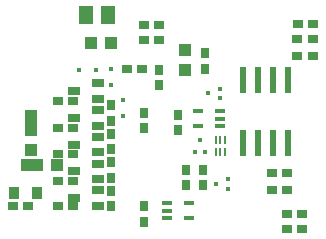
<source format=gtp>
%FSAX25Y25*%
%MOIN*%
G70*
G01*
G75*
G04 Layer_Color=8421504*
%ADD10R,0.02362X0.08661*%
%ADD11R,0.03543X0.02756*%
%ADD12R,0.02756X0.03543*%
%ADD13R,0.03622X0.01575*%
%ADD14R,0.01575X0.01575*%
%ADD15R,0.05118X0.05906*%
%ADD16R,0.01575X0.01575*%
%ADD17R,0.03937X0.02756*%
%ADD18R,0.04331X0.03937*%
%ADD19R,0.03347X0.03937*%
%ADD20R,0.03347X0.03937*%
%ADD21R,0.00866X0.02756*%
%ADD22R,0.03937X0.04331*%
%ADD23R,0.03937X0.09055*%
%ADD24C,0.01000*%
%ADD25C,0.00800*%
%ADD26C,0.01200*%
%ADD27C,0.01500*%
%ADD28C,0.02400*%
%ADD29C,0.04000*%
%ADD30C,0.02000*%
%ADD31C,0.02500*%
%ADD32C,0.03543*%
%ADD33C,0.03000*%
%ADD34C,0.01400*%
%ADD35C,0.03000*%
%ADD36C,0.05500*%
%ADD37C,0.06299*%
%ADD38C,0.03937*%
%ADD39R,0.03937X0.03937*%
%ADD40R,0.03937X0.03937*%
%ADD41C,0.01500*%
%ADD42C,0.01300*%
%ADD43C,0.02000*%
%ADD44C,0.02400*%
%ADD45C,0.01400*%
%ADD46C,0.01800*%
G04:AMPARAMS|DCode=47|XSize=193.75mil|YSize=195.16mil|CornerRadius=0mil|HoleSize=0mil|Usage=FLASHONLY|Rotation=45.000|XOffset=0mil|YOffset=0mil|HoleType=Round|Shape=Rectangle|*
%AMROTATEDRECTD47*
4,1,4,0.00050,-0.13750,-0.13750,0.00050,-0.00050,0.13750,0.13750,-0.00050,0.00050,-0.13750,0.0*
%
%ADD47ROTATEDRECTD47*%

%ADD48R,0.05309X0.05255*%
%ADD49R,0.01575X0.03622*%
%ADD50R,0.03937X0.07087*%
%ADD51R,0.03622X0.02362*%
%ADD52R,0.02756X0.00866*%
%ADD53O,0.06102X0.00984*%
%ADD54O,0.00984X0.06102*%
%ADD55R,0.00984X0.06102*%
%ADD56R,0.34252X0.34252*%
%ADD57R,0.02362X0.04331*%
%ADD58R,0.03150X0.01181*%
%ADD59R,0.01181X0.03642*%
%ADD60C,0.00787*%
%ADD61C,0.00984*%
%ADD62C,0.00394*%
%ADD63C,0.00300*%
%ADD64C,0.00500*%
%ADD65C,0.00299*%
D10*
X0329950Y0364586D02*
D03*
X0324950D02*
D03*
X0319950D02*
D03*
X0314950D02*
D03*
X0329950Y0385764D02*
D03*
X0324950D02*
D03*
X0319950D02*
D03*
X0314950D02*
D03*
D11*
X0329859Y0349200D02*
D03*
X0324741D02*
D03*
X0338559Y0404500D02*
D03*
X0333441D02*
D03*
X0282041Y0404200D02*
D03*
Y0399000D02*
D03*
X0253441Y0343600D02*
D03*
X0258559D02*
D03*
X0253441Y0352200D02*
D03*
X0258559D02*
D03*
X0253441Y0361100D02*
D03*
X0258559D02*
D03*
X0253441Y0369800D02*
D03*
X0258559D02*
D03*
X0253441Y0378700D02*
D03*
X0258559D02*
D03*
X0276441Y0389500D02*
D03*
X0281559D02*
D03*
X0287159Y0399000D02*
D03*
Y0404200D02*
D03*
X0333141Y0399300D02*
D03*
X0338259D02*
D03*
X0333141Y0393600D02*
D03*
X0338259D02*
D03*
X0238441Y0343600D02*
D03*
X0243559D02*
D03*
X0329759Y0354600D02*
D03*
X0324641D02*
D03*
X0334859Y0336000D02*
D03*
X0329741D02*
D03*
Y0341100D02*
D03*
X0334859D02*
D03*
D12*
X0296200Y0350741D02*
D03*
X0287200Y0383941D02*
D03*
Y0389059D02*
D03*
X0302400Y0394559D02*
D03*
Y0389441D02*
D03*
X0271100Y0358259D02*
D03*
Y0353141D02*
D03*
Y0348759D02*
D03*
Y0343641D02*
D03*
Y0367759D02*
D03*
Y0362641D02*
D03*
Y0377259D02*
D03*
Y0372141D02*
D03*
X0282000Y0374759D02*
D03*
Y0369641D02*
D03*
X0301800Y0355859D02*
D03*
X0296200Y0355859D02*
D03*
X0301800Y0350741D02*
D03*
X0293500Y0374059D02*
D03*
Y0368941D02*
D03*
X0282000Y0343659D02*
D03*
Y0338541D02*
D03*
D13*
X0307540Y0375359D02*
D03*
X0300060Y0370241D02*
D03*
Y0375359D02*
D03*
X0307540Y0372800D02*
D03*
Y0370241D02*
D03*
X0297240Y0339641D02*
D03*
X0289760D02*
D03*
Y0342200D02*
D03*
Y0344759D02*
D03*
X0297240D02*
D03*
D14*
X0302375Y0361831D02*
D03*
X0300800Y0365769D02*
D03*
X0271000Y0389512D02*
D03*
Y0384000D02*
D03*
X0275000Y0373600D02*
D03*
Y0379112D02*
D03*
X0299225Y0361831D02*
D03*
D15*
X0262760Y0407500D02*
D03*
X0270240D02*
D03*
D16*
X0266000Y0389000D02*
D03*
X0260488D02*
D03*
X0307469Y0382875D02*
D03*
X0303532Y0381300D02*
D03*
X0307469Y0379725D02*
D03*
X0306132Y0351000D02*
D03*
X0310068Y0352575D02*
D03*
Y0349425D02*
D03*
D17*
X0266835Y0343841D02*
D03*
Y0348959D02*
D03*
X0258765Y0346400D02*
D03*
X0266835Y0352741D02*
D03*
Y0357859D02*
D03*
X0258765Y0355300D02*
D03*
X0266835Y0361641D02*
D03*
Y0366759D02*
D03*
X0258765Y0364200D02*
D03*
X0266835Y0370541D02*
D03*
Y0375659D02*
D03*
X0258765Y0373100D02*
D03*
X0266835Y0379441D02*
D03*
Y0384559D02*
D03*
X0258765Y0382000D02*
D03*
D18*
X0253046Y0357500D02*
D03*
X0246354D02*
D03*
X0271146Y0398100D02*
D03*
X0264454D02*
D03*
D19*
X0238860Y0348076D02*
D03*
X0242600Y0357524D02*
D03*
D20*
X0246340Y0348076D02*
D03*
D21*
X0309075Y0361821D02*
D03*
X0307500D02*
D03*
X0305925D02*
D03*
Y0365580D02*
D03*
X0307500D02*
D03*
X0309075D02*
D03*
D22*
X0295700Y0395746D02*
D03*
Y0389054D02*
D03*
X0244300Y0362291D02*
D03*
D23*
Y0371346D02*
D03*
M02*

</source>
